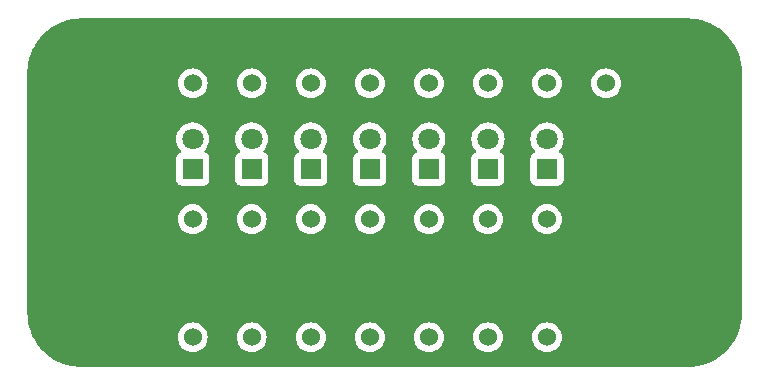
<source format=gbr>
%TF.GenerationSoftware,KiCad,Pcbnew,8.0.1-rc1*%
%TF.CreationDate,2024-04-16T23:15:50-05:00*%
%TF.ProjectId,Emotion LED,456d6f74-696f-46e2-904c-45442e6b6963,rev?*%
%TF.SameCoordinates,Original*%
%TF.FileFunction,Copper,L2,Bot*%
%TF.FilePolarity,Positive*%
%FSLAX46Y46*%
G04 Gerber Fmt 4.6, Leading zero omitted, Abs format (unit mm)*
G04 Created by KiCad (PCBNEW 8.0.1-rc1) date 2024-04-16 23:15:50*
%MOMM*%
%LPD*%
G01*
G04 APERTURE LIST*
%TA.AperFunction,ComponentPad*%
%ADD10C,1.524000*%
%TD*%
%TA.AperFunction,ComponentPad*%
%ADD11R,1.800000X1.800000*%
%TD*%
%TA.AperFunction,ComponentPad*%
%ADD12C,1.800000*%
%TD*%
G04 APERTURE END LIST*
D10*
%TO.P,REF\u002A\u002A,1*%
%TO.N,N/C*%
X50000000Y-45000000D03*
%TO.P,REF\u002A\u002A,2*%
X50000000Y-55000000D03*
%TD*%
D11*
%TO.P,REF\u002A\u002A,1*%
%TO.N,N/C*%
X70000000Y-40750000D03*
D12*
%TO.P,REF\u002A\u002A,2*%
X70000000Y-38210000D03*
%TD*%
D10*
%TO.P,REF\u002A\u002A,1*%
%TO.N,N/C*%
X75000000Y-45000000D03*
%TO.P,REF\u002A\u002A,2*%
X75000000Y-55000000D03*
%TD*%
%TO.P,REF\u002A\u002A,1*%
%TO.N,N/C*%
X65000000Y-45000000D03*
%TO.P,REF\u002A\u002A,2*%
X65000000Y-55000000D03*
%TD*%
D11*
%TO.P,REF\u002A\u002A,1*%
%TO.N,N/C*%
X75000000Y-40750000D03*
D12*
%TO.P,REF\u002A\u002A,2*%
X75000000Y-38210000D03*
%TD*%
D11*
%TO.P,REF\u002A\u002A,1*%
%TO.N,N/C*%
X50000000Y-40750000D03*
D12*
%TO.P,REF\u002A\u002A,2*%
X50000000Y-38210000D03*
%TD*%
D10*
%TO.P,REF\u002A\u002A,1*%
%TO.N,N/C*%
X60000000Y-45000000D03*
%TO.P,REF\u002A\u002A,2*%
X60000000Y-55000000D03*
%TD*%
%TO.P,,2*%
%TO.N,N/C*%
X85000000Y-33500000D03*
%TD*%
%TO.P,,1*%
%TO.N,N/C*%
X65000000Y-33500000D03*
%TD*%
%TO.P,,1*%
%TO.N,N/C*%
X60000000Y-33500000D03*
%TD*%
%TO.P,,1*%
%TO.N,N/C*%
X50000000Y-33500000D03*
%TD*%
D11*
%TO.P,REF\u002A\u002A,1*%
%TO.N,N/C*%
X60000000Y-40750000D03*
D12*
%TO.P,REF\u002A\u002A,2*%
X60000000Y-38210000D03*
%TD*%
D10*
%TO.P,,1*%
%TO.N,N/C*%
X75000000Y-33500000D03*
%TD*%
%TO.P,,1*%
%TO.N,N/C*%
X70000000Y-33500000D03*
%TD*%
%TO.P,,1*%
%TO.N,N/C*%
X55000000Y-33500000D03*
%TD*%
D11*
%TO.P,REF\u002A\u002A,1*%
%TO.N,N/C*%
X80000000Y-40750000D03*
D12*
%TO.P,REF\u002A\u002A,2*%
X80000000Y-38210000D03*
%TD*%
D11*
%TO.P,REF\u002A\u002A,1*%
%TO.N,N/C*%
X65000000Y-40750000D03*
D12*
%TO.P,REF\u002A\u002A,2*%
X65000000Y-38210000D03*
%TD*%
D10*
%TO.P,,1*%
%TO.N,N/C*%
X80000000Y-33500000D03*
%TD*%
D11*
%TO.P,REF\u002A\u002A,1*%
%TO.N,N/C*%
X55000000Y-40750000D03*
D12*
%TO.P,REF\u002A\u002A,2*%
X55000000Y-38210000D03*
%TD*%
D10*
%TO.P,REF\u002A\u002A,1*%
%TO.N,N/C*%
X70000000Y-45000000D03*
%TO.P,REF\u002A\u002A,2*%
X70000000Y-55000000D03*
%TD*%
%TO.P,REF\u002A\u002A,1*%
%TO.N,N/C*%
X55000000Y-45000000D03*
%TO.P,REF\u002A\u002A,2*%
X55000000Y-55000000D03*
%TD*%
%TO.P,REF\u002A\u002A,1*%
%TO.N,N/C*%
X80000000Y-45000000D03*
%TO.P,REF\u002A\u002A,2*%
X80000000Y-55000000D03*
%TD*%
%TA.AperFunction,Conductor*%
%TO.N,GRD*%
G36*
X91922702Y-28000618D02*
G01*
X91935819Y-28001190D01*
X92313742Y-28017690D01*
X92324477Y-28018630D01*
X92709859Y-28069366D01*
X92720493Y-28071241D01*
X93099990Y-28155374D01*
X93110416Y-28158168D01*
X93481135Y-28275055D01*
X93491270Y-28278744D01*
X93850387Y-28427495D01*
X93860178Y-28432061D01*
X94204942Y-28611534D01*
X94214309Y-28616941D01*
X94484434Y-28789030D01*
X94542130Y-28825786D01*
X94550991Y-28831991D01*
X94859353Y-29068605D01*
X94867640Y-29075559D01*
X95154204Y-29338146D01*
X95161853Y-29345795D01*
X95424440Y-29632359D01*
X95431394Y-29640646D01*
X95668008Y-29949008D01*
X95674213Y-29957869D01*
X95883057Y-30285689D01*
X95888465Y-30295057D01*
X96067935Y-30639814D01*
X96072507Y-30649618D01*
X96221249Y-31008714D01*
X96224949Y-31018879D01*
X96341828Y-31389572D01*
X96344628Y-31400021D01*
X96428756Y-31779498D01*
X96430634Y-31790151D01*
X96481367Y-32175499D01*
X96482310Y-32186276D01*
X96499382Y-32577297D01*
X96499500Y-32582706D01*
X96499500Y-52917293D01*
X96499382Y-52922702D01*
X96482310Y-53313723D01*
X96481367Y-53324500D01*
X96430634Y-53709848D01*
X96428756Y-53720501D01*
X96344628Y-54099978D01*
X96341828Y-54110427D01*
X96224949Y-54481120D01*
X96221249Y-54491285D01*
X96072507Y-54850381D01*
X96067935Y-54860185D01*
X95888465Y-55204942D01*
X95883057Y-55214310D01*
X95674213Y-55542130D01*
X95668008Y-55550991D01*
X95431394Y-55859353D01*
X95424440Y-55867640D01*
X95161853Y-56154204D01*
X95154204Y-56161853D01*
X94867640Y-56424440D01*
X94859353Y-56431394D01*
X94550991Y-56668008D01*
X94542130Y-56674213D01*
X94214310Y-56883057D01*
X94204942Y-56888465D01*
X93860185Y-57067935D01*
X93850381Y-57072507D01*
X93491285Y-57221249D01*
X93481120Y-57224949D01*
X93110427Y-57341828D01*
X93099978Y-57344628D01*
X92720501Y-57428756D01*
X92709848Y-57430634D01*
X92324500Y-57481367D01*
X92313723Y-57482310D01*
X91922703Y-57499382D01*
X91917294Y-57499500D01*
X40582706Y-57499500D01*
X40577297Y-57499382D01*
X40186276Y-57482310D01*
X40175501Y-57481367D01*
X40086792Y-57469688D01*
X39790151Y-57430634D01*
X39779498Y-57428756D01*
X39400021Y-57344628D01*
X39389572Y-57341828D01*
X39018879Y-57224949D01*
X39008714Y-57221249D01*
X38649618Y-57072507D01*
X38639814Y-57067935D01*
X38295057Y-56888465D01*
X38285689Y-56883057D01*
X37957869Y-56674213D01*
X37949008Y-56668008D01*
X37640646Y-56431394D01*
X37632359Y-56424440D01*
X37345795Y-56161853D01*
X37338146Y-56154204D01*
X37075559Y-55867640D01*
X37068605Y-55859353D01*
X36831991Y-55550991D01*
X36825786Y-55542130D01*
X36616942Y-55214310D01*
X36611534Y-55204942D01*
X36504849Y-55000002D01*
X48732677Y-55000002D01*
X48751929Y-55220062D01*
X48751930Y-55220070D01*
X48809104Y-55433445D01*
X48809105Y-55433447D01*
X48809106Y-55433450D01*
X48859784Y-55542130D01*
X48902466Y-55633662D01*
X48902468Y-55633666D01*
X49029170Y-55814615D01*
X49029175Y-55814621D01*
X49185378Y-55970824D01*
X49185384Y-55970829D01*
X49366333Y-56097531D01*
X49366335Y-56097532D01*
X49366338Y-56097534D01*
X49566550Y-56190894D01*
X49779932Y-56248070D01*
X49937123Y-56261822D01*
X49999998Y-56267323D01*
X50000000Y-56267323D01*
X50000002Y-56267323D01*
X50055017Y-56262509D01*
X50220068Y-56248070D01*
X50433450Y-56190894D01*
X50633662Y-56097534D01*
X50814620Y-55970826D01*
X50970826Y-55814620D01*
X51097534Y-55633662D01*
X51190894Y-55433450D01*
X51248070Y-55220068D01*
X51267323Y-55000002D01*
X53732677Y-55000002D01*
X53751929Y-55220062D01*
X53751930Y-55220070D01*
X53809104Y-55433445D01*
X53809105Y-55433447D01*
X53809106Y-55433450D01*
X53859784Y-55542130D01*
X53902466Y-55633662D01*
X53902468Y-55633666D01*
X54029170Y-55814615D01*
X54029175Y-55814621D01*
X54185378Y-55970824D01*
X54185384Y-55970829D01*
X54366333Y-56097531D01*
X54366335Y-56097532D01*
X54366338Y-56097534D01*
X54566550Y-56190894D01*
X54779932Y-56248070D01*
X54937123Y-56261822D01*
X54999998Y-56267323D01*
X55000000Y-56267323D01*
X55000002Y-56267323D01*
X55055017Y-56262509D01*
X55220068Y-56248070D01*
X55433450Y-56190894D01*
X55633662Y-56097534D01*
X55814620Y-55970826D01*
X55970826Y-55814620D01*
X56097534Y-55633662D01*
X56190894Y-55433450D01*
X56248070Y-55220068D01*
X56267323Y-55000002D01*
X58732677Y-55000002D01*
X58751929Y-55220062D01*
X58751930Y-55220070D01*
X58809104Y-55433445D01*
X58809105Y-55433447D01*
X58809106Y-55433450D01*
X58859784Y-55542130D01*
X58902466Y-55633662D01*
X58902468Y-55633666D01*
X59029170Y-55814615D01*
X59029175Y-55814621D01*
X59185378Y-55970824D01*
X59185384Y-55970829D01*
X59366333Y-56097531D01*
X59366335Y-56097532D01*
X59366338Y-56097534D01*
X59566550Y-56190894D01*
X59779932Y-56248070D01*
X59937123Y-56261822D01*
X59999998Y-56267323D01*
X60000000Y-56267323D01*
X60000002Y-56267323D01*
X60055017Y-56262509D01*
X60220068Y-56248070D01*
X60433450Y-56190894D01*
X60633662Y-56097534D01*
X60814620Y-55970826D01*
X60970826Y-55814620D01*
X61097534Y-55633662D01*
X61190894Y-55433450D01*
X61248070Y-55220068D01*
X61267323Y-55000002D01*
X63732677Y-55000002D01*
X63751929Y-55220062D01*
X63751930Y-55220070D01*
X63809104Y-55433445D01*
X63809105Y-55433447D01*
X63809106Y-55433450D01*
X63859784Y-55542130D01*
X63902466Y-55633662D01*
X63902468Y-55633666D01*
X64029170Y-55814615D01*
X64029175Y-55814621D01*
X64185378Y-55970824D01*
X64185384Y-55970829D01*
X64366333Y-56097531D01*
X64366335Y-56097532D01*
X64366338Y-56097534D01*
X64566550Y-56190894D01*
X64779932Y-56248070D01*
X64937123Y-56261822D01*
X64999998Y-56267323D01*
X65000000Y-56267323D01*
X65000002Y-56267323D01*
X65055017Y-56262509D01*
X65220068Y-56248070D01*
X65433450Y-56190894D01*
X65633662Y-56097534D01*
X65814620Y-55970826D01*
X65970826Y-55814620D01*
X66097534Y-55633662D01*
X66190894Y-55433450D01*
X66248070Y-55220068D01*
X66267323Y-55000002D01*
X68732677Y-55000002D01*
X68751929Y-55220062D01*
X68751930Y-55220070D01*
X68809104Y-55433445D01*
X68809105Y-55433447D01*
X68809106Y-55433450D01*
X68859784Y-55542130D01*
X68902466Y-55633662D01*
X68902468Y-55633666D01*
X69029170Y-55814615D01*
X69029175Y-55814621D01*
X69185378Y-55970824D01*
X69185384Y-55970829D01*
X69366333Y-56097531D01*
X69366335Y-56097532D01*
X69366338Y-56097534D01*
X69566550Y-56190894D01*
X69779932Y-56248070D01*
X69937123Y-56261822D01*
X69999998Y-56267323D01*
X70000000Y-56267323D01*
X70000002Y-56267323D01*
X70055017Y-56262509D01*
X70220068Y-56248070D01*
X70433450Y-56190894D01*
X70633662Y-56097534D01*
X70814620Y-55970826D01*
X70970826Y-55814620D01*
X71097534Y-55633662D01*
X71190894Y-55433450D01*
X71248070Y-55220068D01*
X71267323Y-55000002D01*
X73732677Y-55000002D01*
X73751929Y-55220062D01*
X73751930Y-55220070D01*
X73809104Y-55433445D01*
X73809105Y-55433447D01*
X73809106Y-55433450D01*
X73859784Y-55542130D01*
X73902466Y-55633662D01*
X73902468Y-55633666D01*
X74029170Y-55814615D01*
X74029175Y-55814621D01*
X74185378Y-55970824D01*
X74185384Y-55970829D01*
X74366333Y-56097531D01*
X74366335Y-56097532D01*
X74366338Y-56097534D01*
X74566550Y-56190894D01*
X74779932Y-56248070D01*
X74937123Y-56261822D01*
X74999998Y-56267323D01*
X75000000Y-56267323D01*
X75000002Y-56267323D01*
X75055017Y-56262509D01*
X75220068Y-56248070D01*
X75433450Y-56190894D01*
X75633662Y-56097534D01*
X75814620Y-55970826D01*
X75970826Y-55814620D01*
X76097534Y-55633662D01*
X76190894Y-55433450D01*
X76248070Y-55220068D01*
X76267323Y-55000002D01*
X78732677Y-55000002D01*
X78751929Y-55220062D01*
X78751930Y-55220070D01*
X78809104Y-55433445D01*
X78809105Y-55433447D01*
X78809106Y-55433450D01*
X78859784Y-55542130D01*
X78902466Y-55633662D01*
X78902468Y-55633666D01*
X79029170Y-55814615D01*
X79029175Y-55814621D01*
X79185378Y-55970824D01*
X79185384Y-55970829D01*
X79366333Y-56097531D01*
X79366335Y-56097532D01*
X79366338Y-56097534D01*
X79566550Y-56190894D01*
X79779932Y-56248070D01*
X79937123Y-56261822D01*
X79999998Y-56267323D01*
X80000000Y-56267323D01*
X80000002Y-56267323D01*
X80055017Y-56262509D01*
X80220068Y-56248070D01*
X80433450Y-56190894D01*
X80633662Y-56097534D01*
X80814620Y-55970826D01*
X80970826Y-55814620D01*
X81097534Y-55633662D01*
X81190894Y-55433450D01*
X81248070Y-55220068D01*
X81267323Y-55000000D01*
X81248070Y-54779932D01*
X81190894Y-54566550D01*
X81097534Y-54366339D01*
X80970826Y-54185380D01*
X80814620Y-54029174D01*
X80814616Y-54029171D01*
X80814615Y-54029170D01*
X80633666Y-53902468D01*
X80633662Y-53902466D01*
X80633660Y-53902465D01*
X80433450Y-53809106D01*
X80433447Y-53809105D01*
X80433445Y-53809104D01*
X80220070Y-53751930D01*
X80220062Y-53751929D01*
X80000002Y-53732677D01*
X79999998Y-53732677D01*
X79779937Y-53751929D01*
X79779929Y-53751930D01*
X79566554Y-53809104D01*
X79566548Y-53809107D01*
X79366340Y-53902465D01*
X79366338Y-53902466D01*
X79185377Y-54029175D01*
X79029175Y-54185377D01*
X78902466Y-54366338D01*
X78902465Y-54366340D01*
X78809107Y-54566548D01*
X78809104Y-54566554D01*
X78751930Y-54779929D01*
X78751929Y-54779937D01*
X78732677Y-54999997D01*
X78732677Y-55000002D01*
X76267323Y-55000002D01*
X76267323Y-55000000D01*
X76248070Y-54779932D01*
X76190894Y-54566550D01*
X76097534Y-54366339D01*
X75970826Y-54185380D01*
X75814620Y-54029174D01*
X75814616Y-54029171D01*
X75814615Y-54029170D01*
X75633666Y-53902468D01*
X75633662Y-53902466D01*
X75633660Y-53902465D01*
X75433450Y-53809106D01*
X75433447Y-53809105D01*
X75433445Y-53809104D01*
X75220070Y-53751930D01*
X75220062Y-53751929D01*
X75000002Y-53732677D01*
X74999998Y-53732677D01*
X74779937Y-53751929D01*
X74779929Y-53751930D01*
X74566554Y-53809104D01*
X74566548Y-53809107D01*
X74366340Y-53902465D01*
X74366338Y-53902466D01*
X74185377Y-54029175D01*
X74029175Y-54185377D01*
X73902466Y-54366338D01*
X73902465Y-54366340D01*
X73809107Y-54566548D01*
X73809104Y-54566554D01*
X73751930Y-54779929D01*
X73751929Y-54779937D01*
X73732677Y-54999997D01*
X73732677Y-55000002D01*
X71267323Y-55000002D01*
X71267323Y-55000000D01*
X71248070Y-54779932D01*
X71190894Y-54566550D01*
X71097534Y-54366339D01*
X70970826Y-54185380D01*
X70814620Y-54029174D01*
X70814616Y-54029171D01*
X70814615Y-54029170D01*
X70633666Y-53902468D01*
X70633662Y-53902466D01*
X70633660Y-53902465D01*
X70433450Y-53809106D01*
X70433447Y-53809105D01*
X70433445Y-53809104D01*
X70220070Y-53751930D01*
X70220062Y-53751929D01*
X70000002Y-53732677D01*
X69999998Y-53732677D01*
X69779937Y-53751929D01*
X69779929Y-53751930D01*
X69566554Y-53809104D01*
X69566548Y-53809107D01*
X69366340Y-53902465D01*
X69366338Y-53902466D01*
X69185377Y-54029175D01*
X69029175Y-54185377D01*
X68902466Y-54366338D01*
X68902465Y-54366340D01*
X68809107Y-54566548D01*
X68809104Y-54566554D01*
X68751930Y-54779929D01*
X68751929Y-54779937D01*
X68732677Y-54999997D01*
X68732677Y-55000002D01*
X66267323Y-55000002D01*
X66267323Y-55000000D01*
X66248070Y-54779932D01*
X66190894Y-54566550D01*
X66097534Y-54366339D01*
X65970826Y-54185380D01*
X65814620Y-54029174D01*
X65814616Y-54029171D01*
X65814615Y-54029170D01*
X65633666Y-53902468D01*
X65633662Y-53902466D01*
X65633660Y-53902465D01*
X65433450Y-53809106D01*
X65433447Y-53809105D01*
X65433445Y-53809104D01*
X65220070Y-53751930D01*
X65220062Y-53751929D01*
X65000002Y-53732677D01*
X64999998Y-53732677D01*
X64779937Y-53751929D01*
X64779929Y-53751930D01*
X64566554Y-53809104D01*
X64566548Y-53809107D01*
X64366340Y-53902465D01*
X64366338Y-53902466D01*
X64185377Y-54029175D01*
X64029175Y-54185377D01*
X63902466Y-54366338D01*
X63902465Y-54366340D01*
X63809107Y-54566548D01*
X63809104Y-54566554D01*
X63751930Y-54779929D01*
X63751929Y-54779937D01*
X63732677Y-54999997D01*
X63732677Y-55000002D01*
X61267323Y-55000002D01*
X61267323Y-55000000D01*
X61248070Y-54779932D01*
X61190894Y-54566550D01*
X61097534Y-54366339D01*
X60970826Y-54185380D01*
X60814620Y-54029174D01*
X60814616Y-54029171D01*
X60814615Y-54029170D01*
X60633666Y-53902468D01*
X60633662Y-53902466D01*
X60633660Y-53902465D01*
X60433450Y-53809106D01*
X60433447Y-53809105D01*
X60433445Y-53809104D01*
X60220070Y-53751930D01*
X60220062Y-53751929D01*
X60000002Y-53732677D01*
X59999998Y-53732677D01*
X59779937Y-53751929D01*
X59779929Y-53751930D01*
X59566554Y-53809104D01*
X59566548Y-53809107D01*
X59366340Y-53902465D01*
X59366338Y-53902466D01*
X59185377Y-54029175D01*
X59029175Y-54185377D01*
X58902466Y-54366338D01*
X58902465Y-54366340D01*
X58809107Y-54566548D01*
X58809104Y-54566554D01*
X58751930Y-54779929D01*
X58751929Y-54779937D01*
X58732677Y-54999997D01*
X58732677Y-55000002D01*
X56267323Y-55000002D01*
X56267323Y-55000000D01*
X56248070Y-54779932D01*
X56190894Y-54566550D01*
X56097534Y-54366339D01*
X55970826Y-54185380D01*
X55814620Y-54029174D01*
X55814616Y-54029171D01*
X55814615Y-54029170D01*
X55633666Y-53902468D01*
X55633662Y-53902466D01*
X55633660Y-53902465D01*
X55433450Y-53809106D01*
X55433447Y-53809105D01*
X55433445Y-53809104D01*
X55220070Y-53751930D01*
X55220062Y-53751929D01*
X55000002Y-53732677D01*
X54999998Y-53732677D01*
X54779937Y-53751929D01*
X54779929Y-53751930D01*
X54566554Y-53809104D01*
X54566548Y-53809107D01*
X54366340Y-53902465D01*
X54366338Y-53902466D01*
X54185377Y-54029175D01*
X54029175Y-54185377D01*
X53902466Y-54366338D01*
X53902465Y-54366340D01*
X53809107Y-54566548D01*
X53809104Y-54566554D01*
X53751930Y-54779929D01*
X53751929Y-54779937D01*
X53732677Y-54999997D01*
X53732677Y-55000002D01*
X51267323Y-55000002D01*
X51267323Y-55000000D01*
X51248070Y-54779932D01*
X51190894Y-54566550D01*
X51097534Y-54366339D01*
X50970826Y-54185380D01*
X50814620Y-54029174D01*
X50814616Y-54029171D01*
X50814615Y-54029170D01*
X50633666Y-53902468D01*
X50633662Y-53902466D01*
X50633660Y-53902465D01*
X50433450Y-53809106D01*
X50433447Y-53809105D01*
X50433445Y-53809104D01*
X50220070Y-53751930D01*
X50220062Y-53751929D01*
X50000002Y-53732677D01*
X49999998Y-53732677D01*
X49779937Y-53751929D01*
X49779929Y-53751930D01*
X49566554Y-53809104D01*
X49566548Y-53809107D01*
X49366340Y-53902465D01*
X49366338Y-53902466D01*
X49185377Y-54029175D01*
X49029175Y-54185377D01*
X48902466Y-54366338D01*
X48902465Y-54366340D01*
X48809107Y-54566548D01*
X48809104Y-54566554D01*
X48751930Y-54779929D01*
X48751929Y-54779937D01*
X48732677Y-54999997D01*
X48732677Y-55000002D01*
X36504849Y-55000002D01*
X36432061Y-54860178D01*
X36427492Y-54850381D01*
X36278744Y-54491270D01*
X36275055Y-54481135D01*
X36158168Y-54110416D01*
X36155374Y-54099990D01*
X36071241Y-53720493D01*
X36069365Y-53709848D01*
X36018630Y-53324477D01*
X36017690Y-53313742D01*
X36000618Y-52922701D01*
X36000500Y-52917293D01*
X36000500Y-45000002D01*
X48732677Y-45000002D01*
X48751929Y-45220062D01*
X48751930Y-45220070D01*
X48809104Y-45433445D01*
X48809105Y-45433447D01*
X48809106Y-45433450D01*
X48902466Y-45633662D01*
X48902468Y-45633666D01*
X49029170Y-45814615D01*
X49029175Y-45814621D01*
X49185378Y-45970824D01*
X49185384Y-45970829D01*
X49366333Y-46097531D01*
X49366335Y-46097532D01*
X49366338Y-46097534D01*
X49566550Y-46190894D01*
X49779932Y-46248070D01*
X49937123Y-46261822D01*
X49999998Y-46267323D01*
X50000000Y-46267323D01*
X50000002Y-46267323D01*
X50055017Y-46262509D01*
X50220068Y-46248070D01*
X50433450Y-46190894D01*
X50633662Y-46097534D01*
X50814620Y-45970826D01*
X50970826Y-45814620D01*
X51097534Y-45633662D01*
X51190894Y-45433450D01*
X51248070Y-45220068D01*
X51267323Y-45000002D01*
X53732677Y-45000002D01*
X53751929Y-45220062D01*
X53751930Y-45220070D01*
X53809104Y-45433445D01*
X53809105Y-45433447D01*
X53809106Y-45433450D01*
X53902466Y-45633662D01*
X53902468Y-45633666D01*
X54029170Y-45814615D01*
X54029175Y-45814621D01*
X54185378Y-45970824D01*
X54185384Y-45970829D01*
X54366333Y-46097531D01*
X54366335Y-46097532D01*
X54366338Y-46097534D01*
X54566550Y-46190894D01*
X54779932Y-46248070D01*
X54937123Y-46261822D01*
X54999998Y-46267323D01*
X55000000Y-46267323D01*
X55000002Y-46267323D01*
X55055017Y-46262509D01*
X55220068Y-46248070D01*
X55433450Y-46190894D01*
X55633662Y-46097534D01*
X55814620Y-45970826D01*
X55970826Y-45814620D01*
X56097534Y-45633662D01*
X56190894Y-45433450D01*
X56248070Y-45220068D01*
X56267323Y-45000002D01*
X58732677Y-45000002D01*
X58751929Y-45220062D01*
X58751930Y-45220070D01*
X58809104Y-45433445D01*
X58809105Y-45433447D01*
X58809106Y-45433450D01*
X58902466Y-45633662D01*
X58902468Y-45633666D01*
X59029170Y-45814615D01*
X59029175Y-45814621D01*
X59185378Y-45970824D01*
X59185384Y-45970829D01*
X59366333Y-46097531D01*
X59366335Y-46097532D01*
X59366338Y-46097534D01*
X59566550Y-46190894D01*
X59779932Y-46248070D01*
X59937123Y-46261822D01*
X59999998Y-46267323D01*
X60000000Y-46267323D01*
X60000002Y-46267323D01*
X60055017Y-46262509D01*
X60220068Y-46248070D01*
X60433450Y-46190894D01*
X60633662Y-46097534D01*
X60814620Y-45970826D01*
X60970826Y-45814620D01*
X61097534Y-45633662D01*
X61190894Y-45433450D01*
X61248070Y-45220068D01*
X61267323Y-45000002D01*
X63732677Y-45000002D01*
X63751929Y-45220062D01*
X63751930Y-45220070D01*
X63809104Y-45433445D01*
X63809105Y-45433447D01*
X63809106Y-45433450D01*
X63902466Y-45633662D01*
X63902468Y-45633666D01*
X64029170Y-45814615D01*
X64029175Y-45814621D01*
X64185378Y-45970824D01*
X64185384Y-45970829D01*
X64366333Y-46097531D01*
X64366335Y-46097532D01*
X64366338Y-46097534D01*
X64566550Y-46190894D01*
X64779932Y-46248070D01*
X64937123Y-46261822D01*
X64999998Y-46267323D01*
X65000000Y-46267323D01*
X65000002Y-46267323D01*
X65055017Y-46262509D01*
X65220068Y-46248070D01*
X65433450Y-46190894D01*
X65633662Y-46097534D01*
X65814620Y-45970826D01*
X65970826Y-45814620D01*
X66097534Y-45633662D01*
X66190894Y-45433450D01*
X66248070Y-45220068D01*
X66267323Y-45000002D01*
X68732677Y-45000002D01*
X68751929Y-45220062D01*
X68751930Y-45220070D01*
X68809104Y-45433445D01*
X68809105Y-45433447D01*
X68809106Y-45433450D01*
X68902466Y-45633662D01*
X68902468Y-45633666D01*
X69029170Y-45814615D01*
X69029175Y-45814621D01*
X69185378Y-45970824D01*
X69185384Y-45970829D01*
X69366333Y-46097531D01*
X69366335Y-46097532D01*
X69366338Y-46097534D01*
X69566550Y-46190894D01*
X69779932Y-46248070D01*
X69937123Y-46261822D01*
X69999998Y-46267323D01*
X70000000Y-46267323D01*
X70000002Y-46267323D01*
X70055017Y-46262509D01*
X70220068Y-46248070D01*
X70433450Y-46190894D01*
X70633662Y-46097534D01*
X70814620Y-45970826D01*
X70970826Y-45814620D01*
X71097534Y-45633662D01*
X71190894Y-45433450D01*
X71248070Y-45220068D01*
X71267323Y-45000002D01*
X73732677Y-45000002D01*
X73751929Y-45220062D01*
X73751930Y-45220070D01*
X73809104Y-45433445D01*
X73809105Y-45433447D01*
X73809106Y-45433450D01*
X73902466Y-45633662D01*
X73902468Y-45633666D01*
X74029170Y-45814615D01*
X74029175Y-45814621D01*
X74185378Y-45970824D01*
X74185384Y-45970829D01*
X74366333Y-46097531D01*
X74366335Y-46097532D01*
X74366338Y-46097534D01*
X74566550Y-46190894D01*
X74779932Y-46248070D01*
X74937123Y-46261822D01*
X74999998Y-46267323D01*
X75000000Y-46267323D01*
X75000002Y-46267323D01*
X75055017Y-46262509D01*
X75220068Y-46248070D01*
X75433450Y-46190894D01*
X75633662Y-46097534D01*
X75814620Y-45970826D01*
X75970826Y-45814620D01*
X76097534Y-45633662D01*
X76190894Y-45433450D01*
X76248070Y-45220068D01*
X76267323Y-45000002D01*
X78732677Y-45000002D01*
X78751929Y-45220062D01*
X78751930Y-45220070D01*
X78809104Y-45433445D01*
X78809105Y-45433447D01*
X78809106Y-45433450D01*
X78902466Y-45633662D01*
X78902468Y-45633666D01*
X79029170Y-45814615D01*
X79029175Y-45814621D01*
X79185378Y-45970824D01*
X79185384Y-45970829D01*
X79366333Y-46097531D01*
X79366335Y-46097532D01*
X79366338Y-46097534D01*
X79566550Y-46190894D01*
X79779932Y-46248070D01*
X79937123Y-46261822D01*
X79999998Y-46267323D01*
X80000000Y-46267323D01*
X80000002Y-46267323D01*
X80055017Y-46262509D01*
X80220068Y-46248070D01*
X80433450Y-46190894D01*
X80633662Y-46097534D01*
X80814620Y-45970826D01*
X80970826Y-45814620D01*
X81097534Y-45633662D01*
X81190894Y-45433450D01*
X81248070Y-45220068D01*
X81267323Y-45000000D01*
X81248070Y-44779932D01*
X81190894Y-44566550D01*
X81097534Y-44366339D01*
X80970826Y-44185380D01*
X80814620Y-44029174D01*
X80814616Y-44029171D01*
X80814615Y-44029170D01*
X80633666Y-43902468D01*
X80633662Y-43902466D01*
X80633660Y-43902465D01*
X80433450Y-43809106D01*
X80433447Y-43809105D01*
X80433445Y-43809104D01*
X80220070Y-43751930D01*
X80220062Y-43751929D01*
X80000002Y-43732677D01*
X79999998Y-43732677D01*
X79779937Y-43751929D01*
X79779929Y-43751930D01*
X79566554Y-43809104D01*
X79566548Y-43809107D01*
X79366340Y-43902465D01*
X79366338Y-43902466D01*
X79185377Y-44029175D01*
X79029175Y-44185377D01*
X78902466Y-44366338D01*
X78902465Y-44366340D01*
X78809107Y-44566548D01*
X78809104Y-44566554D01*
X78751930Y-44779929D01*
X78751929Y-44779937D01*
X78732677Y-44999997D01*
X78732677Y-45000002D01*
X76267323Y-45000002D01*
X76267323Y-45000000D01*
X76248070Y-44779932D01*
X76190894Y-44566550D01*
X76097534Y-44366339D01*
X75970826Y-44185380D01*
X75814620Y-44029174D01*
X75814616Y-44029171D01*
X75814615Y-44029170D01*
X75633666Y-43902468D01*
X75633662Y-43902466D01*
X75633660Y-43902465D01*
X75433450Y-43809106D01*
X75433447Y-43809105D01*
X75433445Y-43809104D01*
X75220070Y-43751930D01*
X75220062Y-43751929D01*
X75000002Y-43732677D01*
X74999998Y-43732677D01*
X74779937Y-43751929D01*
X74779929Y-43751930D01*
X74566554Y-43809104D01*
X74566548Y-43809107D01*
X74366340Y-43902465D01*
X74366338Y-43902466D01*
X74185377Y-44029175D01*
X74029175Y-44185377D01*
X73902466Y-44366338D01*
X73902465Y-44366340D01*
X73809107Y-44566548D01*
X73809104Y-44566554D01*
X73751930Y-44779929D01*
X73751929Y-44779937D01*
X73732677Y-44999997D01*
X73732677Y-45000002D01*
X71267323Y-45000002D01*
X71267323Y-45000000D01*
X71248070Y-44779932D01*
X71190894Y-44566550D01*
X71097534Y-44366339D01*
X70970826Y-44185380D01*
X70814620Y-44029174D01*
X70814616Y-44029171D01*
X70814615Y-44029170D01*
X70633666Y-43902468D01*
X70633662Y-43902466D01*
X70633660Y-43902465D01*
X70433450Y-43809106D01*
X70433447Y-43809105D01*
X70433445Y-43809104D01*
X70220070Y-43751930D01*
X70220062Y-43751929D01*
X70000002Y-43732677D01*
X69999998Y-43732677D01*
X69779937Y-43751929D01*
X69779929Y-43751930D01*
X69566554Y-43809104D01*
X69566548Y-43809107D01*
X69366340Y-43902465D01*
X69366338Y-43902466D01*
X69185377Y-44029175D01*
X69029175Y-44185377D01*
X68902466Y-44366338D01*
X68902465Y-44366340D01*
X68809107Y-44566548D01*
X68809104Y-44566554D01*
X68751930Y-44779929D01*
X68751929Y-44779937D01*
X68732677Y-44999997D01*
X68732677Y-45000002D01*
X66267323Y-45000002D01*
X66267323Y-45000000D01*
X66248070Y-44779932D01*
X66190894Y-44566550D01*
X66097534Y-44366339D01*
X65970826Y-44185380D01*
X65814620Y-44029174D01*
X65814616Y-44029171D01*
X65814615Y-44029170D01*
X65633666Y-43902468D01*
X65633662Y-43902466D01*
X65633660Y-43902465D01*
X65433450Y-43809106D01*
X65433447Y-43809105D01*
X65433445Y-43809104D01*
X65220070Y-43751930D01*
X65220062Y-43751929D01*
X65000002Y-43732677D01*
X64999998Y-43732677D01*
X64779937Y-43751929D01*
X64779929Y-43751930D01*
X64566554Y-43809104D01*
X64566548Y-43809107D01*
X64366340Y-43902465D01*
X64366338Y-43902466D01*
X64185377Y-44029175D01*
X64029175Y-44185377D01*
X63902466Y-44366338D01*
X63902465Y-44366340D01*
X63809107Y-44566548D01*
X63809104Y-44566554D01*
X63751930Y-44779929D01*
X63751929Y-44779937D01*
X63732677Y-44999997D01*
X63732677Y-45000002D01*
X61267323Y-45000002D01*
X61267323Y-45000000D01*
X61248070Y-44779932D01*
X61190894Y-44566550D01*
X61097534Y-44366339D01*
X60970826Y-44185380D01*
X60814620Y-44029174D01*
X60814616Y-44029171D01*
X60814615Y-44029170D01*
X60633666Y-43902468D01*
X60633662Y-43902466D01*
X60633660Y-43902465D01*
X60433450Y-43809106D01*
X60433447Y-43809105D01*
X60433445Y-43809104D01*
X60220070Y-43751930D01*
X60220062Y-43751929D01*
X60000002Y-43732677D01*
X59999998Y-43732677D01*
X59779937Y-43751929D01*
X59779929Y-43751930D01*
X59566554Y-43809104D01*
X59566548Y-43809107D01*
X59366340Y-43902465D01*
X59366338Y-43902466D01*
X59185377Y-44029175D01*
X59029175Y-44185377D01*
X58902466Y-44366338D01*
X58902465Y-44366340D01*
X58809107Y-44566548D01*
X58809104Y-44566554D01*
X58751930Y-44779929D01*
X58751929Y-44779937D01*
X58732677Y-44999997D01*
X58732677Y-45000002D01*
X56267323Y-45000002D01*
X56267323Y-45000000D01*
X56248070Y-44779932D01*
X56190894Y-44566550D01*
X56097534Y-44366339D01*
X55970826Y-44185380D01*
X55814620Y-44029174D01*
X55814616Y-44029171D01*
X55814615Y-44029170D01*
X55633666Y-43902468D01*
X55633662Y-43902466D01*
X55633660Y-43902465D01*
X55433450Y-43809106D01*
X55433447Y-43809105D01*
X55433445Y-43809104D01*
X55220070Y-43751930D01*
X55220062Y-43751929D01*
X55000002Y-43732677D01*
X54999998Y-43732677D01*
X54779937Y-43751929D01*
X54779929Y-43751930D01*
X54566554Y-43809104D01*
X54566548Y-43809107D01*
X54366340Y-43902465D01*
X54366338Y-43902466D01*
X54185377Y-44029175D01*
X54029175Y-44185377D01*
X53902466Y-44366338D01*
X53902465Y-44366340D01*
X53809107Y-44566548D01*
X53809104Y-44566554D01*
X53751930Y-44779929D01*
X53751929Y-44779937D01*
X53732677Y-44999997D01*
X53732677Y-45000002D01*
X51267323Y-45000002D01*
X51267323Y-45000000D01*
X51248070Y-44779932D01*
X51190894Y-44566550D01*
X51097534Y-44366339D01*
X50970826Y-44185380D01*
X50814620Y-44029174D01*
X50814616Y-44029171D01*
X50814615Y-44029170D01*
X50633666Y-43902468D01*
X50633662Y-43902466D01*
X50633660Y-43902465D01*
X50433450Y-43809106D01*
X50433447Y-43809105D01*
X50433445Y-43809104D01*
X50220070Y-43751930D01*
X50220062Y-43751929D01*
X50000002Y-43732677D01*
X49999998Y-43732677D01*
X49779937Y-43751929D01*
X49779929Y-43751930D01*
X49566554Y-43809104D01*
X49566548Y-43809107D01*
X49366340Y-43902465D01*
X49366338Y-43902466D01*
X49185377Y-44029175D01*
X49029175Y-44185377D01*
X48902466Y-44366338D01*
X48902465Y-44366340D01*
X48809107Y-44566548D01*
X48809104Y-44566554D01*
X48751930Y-44779929D01*
X48751929Y-44779937D01*
X48732677Y-44999997D01*
X48732677Y-45000002D01*
X36000500Y-45000002D01*
X36000500Y-38210006D01*
X48594700Y-38210006D01*
X48613864Y-38441297D01*
X48613866Y-38441308D01*
X48670842Y-38666300D01*
X48764075Y-38878848D01*
X48891016Y-39073147D01*
X48891019Y-39073151D01*
X48891021Y-39073153D01*
X48985803Y-39176114D01*
X49016724Y-39238767D01*
X49008864Y-39308193D01*
X48964716Y-39362348D01*
X48937906Y-39376277D01*
X48857669Y-39406203D01*
X48857664Y-39406206D01*
X48742455Y-39492452D01*
X48742452Y-39492455D01*
X48656206Y-39607664D01*
X48656202Y-39607671D01*
X48605908Y-39742517D01*
X48599501Y-39802116D01*
X48599501Y-39802123D01*
X48599500Y-39802135D01*
X48599500Y-41697870D01*
X48599501Y-41697876D01*
X48605908Y-41757483D01*
X48656202Y-41892328D01*
X48656206Y-41892335D01*
X48742452Y-42007544D01*
X48742455Y-42007547D01*
X48857664Y-42093793D01*
X48857671Y-42093797D01*
X48992517Y-42144091D01*
X48992516Y-42144091D01*
X48999444Y-42144835D01*
X49052127Y-42150500D01*
X50947872Y-42150499D01*
X51007483Y-42144091D01*
X51142331Y-42093796D01*
X51257546Y-42007546D01*
X51343796Y-41892331D01*
X51394091Y-41757483D01*
X51400500Y-41697873D01*
X51400499Y-39802128D01*
X51394091Y-39742517D01*
X51343796Y-39607669D01*
X51343795Y-39607668D01*
X51343793Y-39607664D01*
X51257547Y-39492455D01*
X51257544Y-39492452D01*
X51142335Y-39406206D01*
X51142328Y-39406202D01*
X51062094Y-39376277D01*
X51006160Y-39334406D01*
X50981743Y-39268941D01*
X50996595Y-39200668D01*
X51014190Y-39176121D01*
X51108979Y-39073153D01*
X51235924Y-38878849D01*
X51329157Y-38666300D01*
X51386134Y-38441305D01*
X51405300Y-38210006D01*
X53594700Y-38210006D01*
X53613864Y-38441297D01*
X53613866Y-38441308D01*
X53670842Y-38666300D01*
X53764075Y-38878848D01*
X53891016Y-39073147D01*
X53891019Y-39073151D01*
X53891021Y-39073153D01*
X53985803Y-39176114D01*
X54016724Y-39238767D01*
X54008864Y-39308193D01*
X53964716Y-39362348D01*
X53937906Y-39376277D01*
X53857669Y-39406203D01*
X53857664Y-39406206D01*
X53742455Y-39492452D01*
X53742452Y-39492455D01*
X53656206Y-39607664D01*
X53656202Y-39607671D01*
X53605908Y-39742517D01*
X53599501Y-39802116D01*
X53599501Y-39802123D01*
X53599500Y-39802135D01*
X53599500Y-41697870D01*
X53599501Y-41697876D01*
X53605908Y-41757483D01*
X53656202Y-41892328D01*
X53656206Y-41892335D01*
X53742452Y-42007544D01*
X53742455Y-42007547D01*
X53857664Y-42093793D01*
X53857671Y-42093797D01*
X53992517Y-42144091D01*
X53992516Y-42144091D01*
X53999444Y-42144835D01*
X54052127Y-42150500D01*
X55947872Y-42150499D01*
X56007483Y-42144091D01*
X56142331Y-42093796D01*
X56257546Y-42007546D01*
X56343796Y-41892331D01*
X56394091Y-41757483D01*
X56400500Y-41697873D01*
X56400499Y-39802128D01*
X56394091Y-39742517D01*
X56343796Y-39607669D01*
X56343795Y-39607668D01*
X56343793Y-39607664D01*
X56257547Y-39492455D01*
X56257544Y-39492452D01*
X56142335Y-39406206D01*
X56142328Y-39406202D01*
X56062094Y-39376277D01*
X56006160Y-39334406D01*
X55981743Y-39268941D01*
X55996595Y-39200668D01*
X56014190Y-39176121D01*
X56108979Y-39073153D01*
X56235924Y-38878849D01*
X56329157Y-38666300D01*
X56386134Y-38441305D01*
X56405300Y-38210006D01*
X58594700Y-38210006D01*
X58613864Y-38441297D01*
X58613866Y-38441308D01*
X58670842Y-38666300D01*
X58764075Y-38878848D01*
X58891016Y-39073147D01*
X58891019Y-39073151D01*
X58891021Y-39073153D01*
X58985803Y-39176114D01*
X59016724Y-39238767D01*
X59008864Y-39308193D01*
X58964716Y-39362348D01*
X58937906Y-39376277D01*
X58857669Y-39406203D01*
X58857664Y-39406206D01*
X58742455Y-39492452D01*
X58742452Y-39492455D01*
X58656206Y-39607664D01*
X58656202Y-39607671D01*
X58605908Y-39742517D01*
X58599501Y-39802116D01*
X58599501Y-39802123D01*
X58599500Y-39802135D01*
X58599500Y-41697870D01*
X58599501Y-41697876D01*
X58605908Y-41757483D01*
X58656202Y-41892328D01*
X58656206Y-41892335D01*
X58742452Y-42007544D01*
X58742455Y-42007547D01*
X58857664Y-42093793D01*
X58857671Y-42093797D01*
X58992517Y-42144091D01*
X58992516Y-42144091D01*
X58999444Y-42144835D01*
X59052127Y-42150500D01*
X60947872Y-42150499D01*
X61007483Y-42144091D01*
X61142331Y-42093796D01*
X61257546Y-42007546D01*
X61343796Y-41892331D01*
X61394091Y-41757483D01*
X61400500Y-41697873D01*
X61400499Y-39802128D01*
X61394091Y-39742517D01*
X61343796Y-39607669D01*
X61343795Y-39607668D01*
X61343793Y-39607664D01*
X61257547Y-39492455D01*
X61257544Y-39492452D01*
X61142335Y-39406206D01*
X61142328Y-39406202D01*
X61062094Y-39376277D01*
X61006160Y-39334406D01*
X60981743Y-39268941D01*
X60996595Y-39200668D01*
X61014190Y-39176121D01*
X61108979Y-39073153D01*
X61235924Y-38878849D01*
X61329157Y-38666300D01*
X61386134Y-38441305D01*
X61405300Y-38210006D01*
X63594700Y-38210006D01*
X63613864Y-38441297D01*
X63613866Y-38441308D01*
X63670842Y-38666300D01*
X63764075Y-38878848D01*
X63891016Y-39073147D01*
X63891019Y-39073151D01*
X63891021Y-39073153D01*
X63985803Y-39176114D01*
X64016724Y-39238767D01*
X64008864Y-39308193D01*
X63964716Y-39362348D01*
X63937906Y-39376277D01*
X63857669Y-39406203D01*
X63857664Y-39406206D01*
X63742455Y-39492452D01*
X63742452Y-39492455D01*
X63656206Y-39607664D01*
X63656202Y-39607671D01*
X63605908Y-39742517D01*
X63599501Y-39802116D01*
X63599501Y-39802123D01*
X63599500Y-39802135D01*
X63599500Y-41697870D01*
X63599501Y-41697876D01*
X63605908Y-41757483D01*
X63656202Y-41892328D01*
X63656206Y-41892335D01*
X63742452Y-42007544D01*
X63742455Y-42007547D01*
X63857664Y-42093793D01*
X63857671Y-42093797D01*
X63992517Y-42144091D01*
X63992516Y-42144091D01*
X63999444Y-42144835D01*
X64052127Y-42150500D01*
X65947872Y-42150499D01*
X66007483Y-42144091D01*
X66142331Y-42093796D01*
X66257546Y-42007546D01*
X66343796Y-41892331D01*
X66394091Y-41757483D01*
X66400500Y-41697873D01*
X66400499Y-39802128D01*
X66394091Y-39742517D01*
X66343796Y-39607669D01*
X66343795Y-39607668D01*
X66343793Y-39607664D01*
X66257547Y-39492455D01*
X66257544Y-39492452D01*
X66142335Y-39406206D01*
X66142328Y-39406202D01*
X66062094Y-39376277D01*
X66006160Y-39334406D01*
X65981743Y-39268941D01*
X65996595Y-39200668D01*
X66014190Y-39176121D01*
X66108979Y-39073153D01*
X66235924Y-38878849D01*
X66329157Y-38666300D01*
X66386134Y-38441305D01*
X66405300Y-38210006D01*
X68594700Y-38210006D01*
X68613864Y-38441297D01*
X68613866Y-38441308D01*
X68670842Y-38666300D01*
X68764075Y-38878848D01*
X68891016Y-39073147D01*
X68891019Y-39073151D01*
X68891021Y-39073153D01*
X68985803Y-39176114D01*
X69016724Y-39238767D01*
X69008864Y-39308193D01*
X68964716Y-39362348D01*
X68937906Y-39376277D01*
X68857669Y-39406203D01*
X68857664Y-39406206D01*
X68742455Y-39492452D01*
X68742452Y-39492455D01*
X68656206Y-39607664D01*
X68656202Y-39607671D01*
X68605908Y-39742517D01*
X68599501Y-39802116D01*
X68599501Y-39802123D01*
X68599500Y-39802135D01*
X68599500Y-41697870D01*
X68599501Y-41697876D01*
X68605908Y-41757483D01*
X68656202Y-41892328D01*
X68656206Y-41892335D01*
X68742452Y-42007544D01*
X68742455Y-42007547D01*
X68857664Y-42093793D01*
X68857671Y-42093797D01*
X68992517Y-42144091D01*
X68992516Y-42144091D01*
X68999444Y-42144835D01*
X69052127Y-42150500D01*
X70947872Y-42150499D01*
X71007483Y-42144091D01*
X71142331Y-42093796D01*
X71257546Y-42007546D01*
X71343796Y-41892331D01*
X71394091Y-41757483D01*
X71400500Y-41697873D01*
X71400499Y-39802128D01*
X71394091Y-39742517D01*
X71343796Y-39607669D01*
X71343795Y-39607668D01*
X71343793Y-39607664D01*
X71257547Y-39492455D01*
X71257544Y-39492452D01*
X71142335Y-39406206D01*
X71142328Y-39406202D01*
X71062094Y-39376277D01*
X71006160Y-39334406D01*
X70981743Y-39268941D01*
X70996595Y-39200668D01*
X71014190Y-39176121D01*
X71108979Y-39073153D01*
X71235924Y-38878849D01*
X71329157Y-38666300D01*
X71386134Y-38441305D01*
X71405300Y-38210006D01*
X73594700Y-38210006D01*
X73613864Y-38441297D01*
X73613866Y-38441308D01*
X73670842Y-38666300D01*
X73764075Y-38878848D01*
X73891016Y-39073147D01*
X73891019Y-39073151D01*
X73891021Y-39073153D01*
X73985803Y-39176114D01*
X74016724Y-39238767D01*
X74008864Y-39308193D01*
X73964716Y-39362348D01*
X73937906Y-39376277D01*
X73857669Y-39406203D01*
X73857664Y-39406206D01*
X73742455Y-39492452D01*
X73742452Y-39492455D01*
X73656206Y-39607664D01*
X73656202Y-39607671D01*
X73605908Y-39742517D01*
X73599501Y-39802116D01*
X73599501Y-39802123D01*
X73599500Y-39802135D01*
X73599500Y-41697870D01*
X73599501Y-41697876D01*
X73605908Y-41757483D01*
X73656202Y-41892328D01*
X73656206Y-41892335D01*
X73742452Y-42007544D01*
X73742455Y-42007547D01*
X73857664Y-42093793D01*
X73857671Y-42093797D01*
X73992517Y-42144091D01*
X73992516Y-42144091D01*
X73999444Y-42144835D01*
X74052127Y-42150500D01*
X75947872Y-42150499D01*
X76007483Y-42144091D01*
X76142331Y-42093796D01*
X76257546Y-42007546D01*
X76343796Y-41892331D01*
X76394091Y-41757483D01*
X76400500Y-41697873D01*
X76400499Y-39802128D01*
X76394091Y-39742517D01*
X76343796Y-39607669D01*
X76343795Y-39607668D01*
X76343793Y-39607664D01*
X76257547Y-39492455D01*
X76257544Y-39492452D01*
X76142335Y-39406206D01*
X76142328Y-39406202D01*
X76062094Y-39376277D01*
X76006160Y-39334406D01*
X75981743Y-39268941D01*
X75996595Y-39200668D01*
X76014190Y-39176121D01*
X76108979Y-39073153D01*
X76235924Y-38878849D01*
X76329157Y-38666300D01*
X76386134Y-38441305D01*
X76405300Y-38210006D01*
X78594700Y-38210006D01*
X78613864Y-38441297D01*
X78613866Y-38441308D01*
X78670842Y-38666300D01*
X78764075Y-38878848D01*
X78891016Y-39073147D01*
X78891019Y-39073151D01*
X78891021Y-39073153D01*
X78985803Y-39176114D01*
X79016724Y-39238767D01*
X79008864Y-39308193D01*
X78964716Y-39362348D01*
X78937906Y-39376277D01*
X78857669Y-39406203D01*
X78857664Y-39406206D01*
X78742455Y-39492452D01*
X78742452Y-39492455D01*
X78656206Y-39607664D01*
X78656202Y-39607671D01*
X78605908Y-39742517D01*
X78599501Y-39802116D01*
X78599501Y-39802123D01*
X78599500Y-39802135D01*
X78599500Y-41697870D01*
X78599501Y-41697876D01*
X78605908Y-41757483D01*
X78656202Y-41892328D01*
X78656206Y-41892335D01*
X78742452Y-42007544D01*
X78742455Y-42007547D01*
X78857664Y-42093793D01*
X78857671Y-42093797D01*
X78992517Y-42144091D01*
X78992516Y-42144091D01*
X78999444Y-42144835D01*
X79052127Y-42150500D01*
X80947872Y-42150499D01*
X81007483Y-42144091D01*
X81142331Y-42093796D01*
X81257546Y-42007546D01*
X81343796Y-41892331D01*
X81394091Y-41757483D01*
X81400500Y-41697873D01*
X81400499Y-39802128D01*
X81394091Y-39742517D01*
X81343796Y-39607669D01*
X81343795Y-39607668D01*
X81343793Y-39607664D01*
X81257547Y-39492455D01*
X81257544Y-39492452D01*
X81142335Y-39406206D01*
X81142328Y-39406202D01*
X81062094Y-39376277D01*
X81006160Y-39334406D01*
X80981743Y-39268941D01*
X80996595Y-39200668D01*
X81014190Y-39176121D01*
X81108979Y-39073153D01*
X81235924Y-38878849D01*
X81329157Y-38666300D01*
X81386134Y-38441305D01*
X81405300Y-38210000D01*
X81405300Y-38209993D01*
X81386135Y-37978702D01*
X81386133Y-37978691D01*
X81329157Y-37753699D01*
X81235924Y-37541151D01*
X81108983Y-37346852D01*
X81108980Y-37346849D01*
X81108979Y-37346847D01*
X80951784Y-37176087D01*
X80951779Y-37176083D01*
X80951777Y-37176081D01*
X80768634Y-37033535D01*
X80768628Y-37033531D01*
X80564504Y-36923064D01*
X80564495Y-36923061D01*
X80344984Y-36847702D01*
X80173282Y-36819050D01*
X80116049Y-36809500D01*
X79883951Y-36809500D01*
X79838164Y-36817140D01*
X79655015Y-36847702D01*
X79435504Y-36923061D01*
X79435495Y-36923064D01*
X79231371Y-37033531D01*
X79231365Y-37033535D01*
X79048222Y-37176081D01*
X79048219Y-37176084D01*
X78891016Y-37346852D01*
X78764075Y-37541151D01*
X78670842Y-37753699D01*
X78613866Y-37978691D01*
X78613864Y-37978702D01*
X78594700Y-38209993D01*
X78594700Y-38210006D01*
X76405300Y-38210006D01*
X76405300Y-38210000D01*
X76405300Y-38209993D01*
X76386135Y-37978702D01*
X76386133Y-37978691D01*
X76329157Y-37753699D01*
X76235924Y-37541151D01*
X76108983Y-37346852D01*
X76108980Y-37346849D01*
X76108979Y-37346847D01*
X75951784Y-37176087D01*
X75951779Y-37176083D01*
X75951777Y-37176081D01*
X75768634Y-37033535D01*
X75768628Y-37033531D01*
X75564504Y-36923064D01*
X75564495Y-36923061D01*
X75344984Y-36847702D01*
X75173282Y-36819050D01*
X75116049Y-36809500D01*
X74883951Y-36809500D01*
X74838164Y-36817140D01*
X74655015Y-36847702D01*
X74435504Y-36923061D01*
X74435495Y-36923064D01*
X74231371Y-37033531D01*
X74231365Y-37033535D01*
X74048222Y-37176081D01*
X74048219Y-37176084D01*
X73891016Y-37346852D01*
X73764075Y-37541151D01*
X73670842Y-37753699D01*
X73613866Y-37978691D01*
X73613864Y-37978702D01*
X73594700Y-38209993D01*
X73594700Y-38210006D01*
X71405300Y-38210006D01*
X71405300Y-38210000D01*
X71405300Y-38209993D01*
X71386135Y-37978702D01*
X71386133Y-37978691D01*
X71329157Y-37753699D01*
X71235924Y-37541151D01*
X71108983Y-37346852D01*
X71108980Y-37346849D01*
X71108979Y-37346847D01*
X70951784Y-37176087D01*
X70951779Y-37176083D01*
X70951777Y-37176081D01*
X70768634Y-37033535D01*
X70768628Y-37033531D01*
X70564504Y-36923064D01*
X70564495Y-36923061D01*
X70344984Y-36847702D01*
X70173282Y-36819050D01*
X70116049Y-36809500D01*
X69883951Y-36809500D01*
X69838164Y-36817140D01*
X69655015Y-36847702D01*
X69435504Y-36923061D01*
X69435495Y-36923064D01*
X69231371Y-37033531D01*
X69231365Y-37033535D01*
X69048222Y-37176081D01*
X69048219Y-37176084D01*
X68891016Y-37346852D01*
X68764075Y-37541151D01*
X68670842Y-37753699D01*
X68613866Y-37978691D01*
X68613864Y-37978702D01*
X68594700Y-38209993D01*
X68594700Y-38210006D01*
X66405300Y-38210006D01*
X66405300Y-38210000D01*
X66405300Y-38209993D01*
X66386135Y-37978702D01*
X66386133Y-37978691D01*
X66329157Y-37753699D01*
X66235924Y-37541151D01*
X66108983Y-37346852D01*
X66108980Y-37346849D01*
X66108979Y-37346847D01*
X65951784Y-37176087D01*
X65951779Y-37176083D01*
X65951777Y-37176081D01*
X65768634Y-37033535D01*
X65768628Y-37033531D01*
X65564504Y-36923064D01*
X65564495Y-36923061D01*
X65344984Y-36847702D01*
X65173282Y-36819050D01*
X65116049Y-36809500D01*
X64883951Y-36809500D01*
X64838164Y-36817140D01*
X64655015Y-36847702D01*
X64435504Y-36923061D01*
X64435495Y-36923064D01*
X64231371Y-37033531D01*
X64231365Y-37033535D01*
X64048222Y-37176081D01*
X64048219Y-37176084D01*
X63891016Y-37346852D01*
X63764075Y-37541151D01*
X63670842Y-37753699D01*
X63613866Y-37978691D01*
X63613864Y-37978702D01*
X63594700Y-38209993D01*
X63594700Y-38210006D01*
X61405300Y-38210006D01*
X61405300Y-38210000D01*
X61405300Y-38209993D01*
X61386135Y-37978702D01*
X61386133Y-37978691D01*
X61329157Y-37753699D01*
X61235924Y-37541151D01*
X61108983Y-37346852D01*
X61108980Y-37346849D01*
X61108979Y-37346847D01*
X60951784Y-37176087D01*
X60951779Y-37176083D01*
X60951777Y-37176081D01*
X60768634Y-37033535D01*
X60768628Y-37033531D01*
X60564504Y-36923064D01*
X60564495Y-36923061D01*
X60344984Y-36847702D01*
X60173282Y-36819050D01*
X60116049Y-36809500D01*
X59883951Y-36809500D01*
X59838164Y-36817140D01*
X59655015Y-36847702D01*
X59435504Y-36923061D01*
X59435495Y-36923064D01*
X59231371Y-37033531D01*
X59231365Y-37033535D01*
X59048222Y-37176081D01*
X59048219Y-37176084D01*
X58891016Y-37346852D01*
X58764075Y-37541151D01*
X58670842Y-37753699D01*
X58613866Y-37978691D01*
X58613864Y-37978702D01*
X58594700Y-38209993D01*
X58594700Y-38210006D01*
X56405300Y-38210006D01*
X56405300Y-38210000D01*
X56405300Y-38209993D01*
X56386135Y-37978702D01*
X56386133Y-37978691D01*
X56329157Y-37753699D01*
X56235924Y-37541151D01*
X56108983Y-37346852D01*
X56108980Y-37346849D01*
X56108979Y-37346847D01*
X55951784Y-37176087D01*
X55951779Y-37176083D01*
X55951777Y-37176081D01*
X55768634Y-37033535D01*
X55768628Y-37033531D01*
X55564504Y-36923064D01*
X55564495Y-36923061D01*
X55344984Y-36847702D01*
X55173282Y-36819050D01*
X55116049Y-36809500D01*
X54883951Y-36809500D01*
X54838164Y-36817140D01*
X54655015Y-36847702D01*
X54435504Y-36923061D01*
X54435495Y-36923064D01*
X54231371Y-37033531D01*
X54231365Y-37033535D01*
X54048222Y-37176081D01*
X54048219Y-37176084D01*
X53891016Y-37346852D01*
X53764075Y-37541151D01*
X53670842Y-37753699D01*
X53613866Y-37978691D01*
X53613864Y-37978702D01*
X53594700Y-38209993D01*
X53594700Y-38210006D01*
X51405300Y-38210006D01*
X51405300Y-38210000D01*
X51405300Y-38209993D01*
X51386135Y-37978702D01*
X51386133Y-37978691D01*
X51329157Y-37753699D01*
X51235924Y-37541151D01*
X51108983Y-37346852D01*
X51108980Y-37346849D01*
X51108979Y-37346847D01*
X50951784Y-37176087D01*
X50951779Y-37176083D01*
X50951777Y-37176081D01*
X50768634Y-37033535D01*
X50768628Y-37033531D01*
X50564504Y-36923064D01*
X50564495Y-36923061D01*
X50344984Y-36847702D01*
X50173282Y-36819050D01*
X50116049Y-36809500D01*
X49883951Y-36809500D01*
X49838164Y-36817140D01*
X49655015Y-36847702D01*
X49435504Y-36923061D01*
X49435495Y-36923064D01*
X49231371Y-37033531D01*
X49231365Y-37033535D01*
X49048222Y-37176081D01*
X49048219Y-37176084D01*
X48891016Y-37346852D01*
X48764075Y-37541151D01*
X48670842Y-37753699D01*
X48613866Y-37978691D01*
X48613864Y-37978702D01*
X48594700Y-38209993D01*
X48594700Y-38210006D01*
X36000500Y-38210006D01*
X36000500Y-33500002D01*
X48732677Y-33500002D01*
X48751929Y-33720062D01*
X48751930Y-33720070D01*
X48809104Y-33933445D01*
X48809105Y-33933447D01*
X48809106Y-33933450D01*
X48902466Y-34133662D01*
X48902468Y-34133666D01*
X49029170Y-34314615D01*
X49029175Y-34314621D01*
X49185378Y-34470824D01*
X49185384Y-34470829D01*
X49366333Y-34597531D01*
X49366335Y-34597532D01*
X49366338Y-34597534D01*
X49566550Y-34690894D01*
X49779932Y-34748070D01*
X49937123Y-34761822D01*
X49999998Y-34767323D01*
X50000000Y-34767323D01*
X50000002Y-34767323D01*
X50055017Y-34762509D01*
X50220068Y-34748070D01*
X50433450Y-34690894D01*
X50633662Y-34597534D01*
X50814620Y-34470826D01*
X50970826Y-34314620D01*
X51097534Y-34133662D01*
X51190894Y-33933450D01*
X51248070Y-33720068D01*
X51267323Y-33500002D01*
X53732677Y-33500002D01*
X53751929Y-33720062D01*
X53751930Y-33720070D01*
X53809104Y-33933445D01*
X53809105Y-33933447D01*
X53809106Y-33933450D01*
X53902466Y-34133662D01*
X53902468Y-34133666D01*
X54029170Y-34314615D01*
X54029175Y-34314621D01*
X54185378Y-34470824D01*
X54185384Y-34470829D01*
X54366333Y-34597531D01*
X54366335Y-34597532D01*
X54366338Y-34597534D01*
X54566550Y-34690894D01*
X54779932Y-34748070D01*
X54937123Y-34761822D01*
X54999998Y-34767323D01*
X55000000Y-34767323D01*
X55000002Y-34767323D01*
X55055017Y-34762509D01*
X55220068Y-34748070D01*
X55433450Y-34690894D01*
X55633662Y-34597534D01*
X55814620Y-34470826D01*
X55970826Y-34314620D01*
X56097534Y-34133662D01*
X56190894Y-33933450D01*
X56248070Y-33720068D01*
X56267323Y-33500002D01*
X58732677Y-33500002D01*
X58751929Y-33720062D01*
X58751930Y-33720070D01*
X58809104Y-33933445D01*
X58809105Y-33933447D01*
X58809106Y-33933450D01*
X58902466Y-34133662D01*
X58902468Y-34133666D01*
X59029170Y-34314615D01*
X59029175Y-34314621D01*
X59185378Y-34470824D01*
X59185384Y-34470829D01*
X59366333Y-34597531D01*
X59366335Y-34597532D01*
X59366338Y-34597534D01*
X59566550Y-34690894D01*
X59779932Y-34748070D01*
X59937123Y-34761822D01*
X59999998Y-34767323D01*
X60000000Y-34767323D01*
X60000002Y-34767323D01*
X60055017Y-34762509D01*
X60220068Y-34748070D01*
X60433450Y-34690894D01*
X60633662Y-34597534D01*
X60814620Y-34470826D01*
X60970826Y-34314620D01*
X61097534Y-34133662D01*
X61190894Y-33933450D01*
X61248070Y-33720068D01*
X61267323Y-33500002D01*
X63732677Y-33500002D01*
X63751929Y-33720062D01*
X63751930Y-33720070D01*
X63809104Y-33933445D01*
X63809105Y-33933447D01*
X63809106Y-33933450D01*
X63902466Y-34133662D01*
X63902468Y-34133666D01*
X64029170Y-34314615D01*
X64029175Y-34314621D01*
X64185378Y-34470824D01*
X64185384Y-34470829D01*
X64366333Y-34597531D01*
X64366335Y-34597532D01*
X64366338Y-34597534D01*
X64566550Y-34690894D01*
X64779932Y-34748070D01*
X64937123Y-34761822D01*
X64999998Y-34767323D01*
X65000000Y-34767323D01*
X65000002Y-34767323D01*
X65055017Y-34762509D01*
X65220068Y-34748070D01*
X65433450Y-34690894D01*
X65633662Y-34597534D01*
X65814620Y-34470826D01*
X65970826Y-34314620D01*
X66097534Y-34133662D01*
X66190894Y-33933450D01*
X66248070Y-33720068D01*
X66267323Y-33500002D01*
X68732677Y-33500002D01*
X68751929Y-33720062D01*
X68751930Y-33720070D01*
X68809104Y-33933445D01*
X68809105Y-33933447D01*
X68809106Y-33933450D01*
X68902466Y-34133662D01*
X68902468Y-34133666D01*
X69029170Y-34314615D01*
X69029175Y-34314621D01*
X69185378Y-34470824D01*
X69185384Y-34470829D01*
X69366333Y-34597531D01*
X69366335Y-34597532D01*
X69366338Y-34597534D01*
X69566550Y-34690894D01*
X69779932Y-34748070D01*
X69937123Y-34761822D01*
X69999998Y-34767323D01*
X70000000Y-34767323D01*
X70000002Y-34767323D01*
X70055017Y-34762509D01*
X70220068Y-34748070D01*
X70433450Y-34690894D01*
X70633662Y-34597534D01*
X70814620Y-34470826D01*
X70970826Y-34314620D01*
X71097534Y-34133662D01*
X71190894Y-33933450D01*
X71248070Y-33720068D01*
X71267323Y-33500002D01*
X73732677Y-33500002D01*
X73751929Y-33720062D01*
X73751930Y-33720070D01*
X73809104Y-33933445D01*
X73809105Y-33933447D01*
X73809106Y-33933450D01*
X73902466Y-34133662D01*
X73902468Y-34133666D01*
X74029170Y-34314615D01*
X74029175Y-34314621D01*
X74185378Y-34470824D01*
X74185384Y-34470829D01*
X74366333Y-34597531D01*
X74366335Y-34597532D01*
X74366338Y-34597534D01*
X74566550Y-34690894D01*
X74779932Y-34748070D01*
X74937123Y-34761822D01*
X74999998Y-34767323D01*
X75000000Y-34767323D01*
X75000002Y-34767323D01*
X75055017Y-34762509D01*
X75220068Y-34748070D01*
X75433450Y-34690894D01*
X75633662Y-34597534D01*
X75814620Y-34470826D01*
X75970826Y-34314620D01*
X76097534Y-34133662D01*
X76190894Y-33933450D01*
X76248070Y-33720068D01*
X76267323Y-33500002D01*
X78732677Y-33500002D01*
X78751929Y-33720062D01*
X78751930Y-33720070D01*
X78809104Y-33933445D01*
X78809105Y-33933447D01*
X78809106Y-33933450D01*
X78902466Y-34133662D01*
X78902468Y-34133666D01*
X79029170Y-34314615D01*
X79029175Y-34314621D01*
X79185378Y-34470824D01*
X79185384Y-34470829D01*
X79366333Y-34597531D01*
X79366335Y-34597532D01*
X79366338Y-34597534D01*
X79566550Y-34690894D01*
X79779932Y-34748070D01*
X79937123Y-34761822D01*
X79999998Y-34767323D01*
X80000000Y-34767323D01*
X80000002Y-34767323D01*
X80055017Y-34762509D01*
X80220068Y-34748070D01*
X80433450Y-34690894D01*
X80633662Y-34597534D01*
X80814620Y-34470826D01*
X80970826Y-34314620D01*
X81097534Y-34133662D01*
X81190894Y-33933450D01*
X81248070Y-33720068D01*
X81267323Y-33500002D01*
X83732677Y-33500002D01*
X83751929Y-33720062D01*
X83751930Y-33720070D01*
X83809104Y-33933445D01*
X83809105Y-33933447D01*
X83809106Y-33933450D01*
X83902466Y-34133662D01*
X83902468Y-34133666D01*
X84029170Y-34314615D01*
X84029175Y-34314621D01*
X84185378Y-34470824D01*
X84185384Y-34470829D01*
X84366333Y-34597531D01*
X84366335Y-34597532D01*
X84366338Y-34597534D01*
X84566550Y-34690894D01*
X84779932Y-34748070D01*
X84937123Y-34761822D01*
X84999998Y-34767323D01*
X85000000Y-34767323D01*
X85000002Y-34767323D01*
X85055017Y-34762509D01*
X85220068Y-34748070D01*
X85433450Y-34690894D01*
X85633662Y-34597534D01*
X85814620Y-34470826D01*
X85970826Y-34314620D01*
X86097534Y-34133662D01*
X86190894Y-33933450D01*
X86248070Y-33720068D01*
X86267323Y-33500000D01*
X86248070Y-33279932D01*
X86190894Y-33066550D01*
X86097534Y-32866339D01*
X85970826Y-32685380D01*
X85814620Y-32529174D01*
X85814616Y-32529171D01*
X85814615Y-32529170D01*
X85633666Y-32402468D01*
X85633662Y-32402466D01*
X85544184Y-32360742D01*
X85433450Y-32309106D01*
X85433447Y-32309105D01*
X85433445Y-32309104D01*
X85220070Y-32251930D01*
X85220062Y-32251929D01*
X85000002Y-32232677D01*
X84999998Y-32232677D01*
X84779937Y-32251929D01*
X84779929Y-32251930D01*
X84566554Y-32309104D01*
X84566548Y-32309107D01*
X84366340Y-32402465D01*
X84366338Y-32402466D01*
X84185377Y-32529175D01*
X84029175Y-32685377D01*
X83902466Y-32866338D01*
X83902465Y-32866340D01*
X83809107Y-33066548D01*
X83809104Y-33066554D01*
X83751930Y-33279929D01*
X83751929Y-33279937D01*
X83732677Y-33499997D01*
X83732677Y-33500002D01*
X81267323Y-33500002D01*
X81267323Y-33500000D01*
X81248070Y-33279932D01*
X81190894Y-33066550D01*
X81097534Y-32866339D01*
X80970826Y-32685380D01*
X80814620Y-32529174D01*
X80814616Y-32529171D01*
X80814615Y-32529170D01*
X80633666Y-32402468D01*
X80633662Y-32402466D01*
X80544184Y-32360742D01*
X80433450Y-32309106D01*
X80433447Y-32309105D01*
X80433445Y-32309104D01*
X80220070Y-32251930D01*
X80220062Y-32251929D01*
X80000002Y-32232677D01*
X79999998Y-32232677D01*
X79779937Y-32251929D01*
X79779929Y-32251930D01*
X79566554Y-32309104D01*
X79566548Y-32309107D01*
X79366340Y-32402465D01*
X79366338Y-32402466D01*
X79185377Y-32529175D01*
X79029175Y-32685377D01*
X78902466Y-32866338D01*
X78902465Y-32866340D01*
X78809107Y-33066548D01*
X78809104Y-33066554D01*
X78751930Y-33279929D01*
X78751929Y-33279937D01*
X78732677Y-33499997D01*
X78732677Y-33500002D01*
X76267323Y-33500002D01*
X76267323Y-33500000D01*
X76248070Y-33279932D01*
X76190894Y-33066550D01*
X76097534Y-32866339D01*
X75970826Y-32685380D01*
X75814620Y-32529174D01*
X75814616Y-32529171D01*
X75814615Y-32529170D01*
X75633666Y-32402468D01*
X75633662Y-32402466D01*
X75544184Y-32360742D01*
X75433450Y-32309106D01*
X75433447Y-32309105D01*
X75433445Y-32309104D01*
X75220070Y-32251930D01*
X75220062Y-32251929D01*
X75000002Y-32232677D01*
X74999998Y-32232677D01*
X74779937Y-32251929D01*
X74779929Y-32251930D01*
X74566554Y-32309104D01*
X74566548Y-32309107D01*
X74366340Y-32402465D01*
X74366338Y-32402466D01*
X74185377Y-32529175D01*
X74029175Y-32685377D01*
X73902466Y-32866338D01*
X73902465Y-32866340D01*
X73809107Y-33066548D01*
X73809104Y-33066554D01*
X73751930Y-33279929D01*
X73751929Y-33279937D01*
X73732677Y-33499997D01*
X73732677Y-33500002D01*
X71267323Y-33500002D01*
X71267323Y-33500000D01*
X71248070Y-33279932D01*
X71190894Y-33066550D01*
X71097534Y-32866339D01*
X70970826Y-32685380D01*
X70814620Y-32529174D01*
X70814616Y-32529171D01*
X70814615Y-32529170D01*
X70633666Y-32402468D01*
X70633662Y-32402466D01*
X70544184Y-32360742D01*
X70433450Y-32309106D01*
X70433447Y-32309105D01*
X70433445Y-32309104D01*
X70220070Y-32251930D01*
X70220062Y-32251929D01*
X70000002Y-32232677D01*
X69999998Y-32232677D01*
X69779937Y-32251929D01*
X69779929Y-32251930D01*
X69566554Y-32309104D01*
X69566548Y-32309107D01*
X69366340Y-32402465D01*
X69366338Y-32402466D01*
X69185377Y-32529175D01*
X69029175Y-32685377D01*
X68902466Y-32866338D01*
X68902465Y-32866340D01*
X68809107Y-33066548D01*
X68809104Y-33066554D01*
X68751930Y-33279929D01*
X68751929Y-33279937D01*
X68732677Y-33499997D01*
X68732677Y-33500002D01*
X66267323Y-33500002D01*
X66267323Y-33500000D01*
X66248070Y-33279932D01*
X66190894Y-33066550D01*
X66097534Y-32866339D01*
X65970826Y-32685380D01*
X65814620Y-32529174D01*
X65814616Y-32529171D01*
X65814615Y-32529170D01*
X65633666Y-32402468D01*
X65633662Y-32402466D01*
X65544184Y-32360742D01*
X65433450Y-32309106D01*
X65433447Y-32309105D01*
X65433445Y-32309104D01*
X65220070Y-32251930D01*
X65220062Y-32251929D01*
X65000002Y-32232677D01*
X64999998Y-32232677D01*
X64779937Y-32251929D01*
X64779929Y-32251930D01*
X64566554Y-32309104D01*
X64566548Y-32309107D01*
X64366340Y-32402465D01*
X64366338Y-32402466D01*
X64185377Y-32529175D01*
X64029175Y-32685377D01*
X63902466Y-32866338D01*
X63902465Y-32866340D01*
X63809107Y-33066548D01*
X63809104Y-33066554D01*
X63751930Y-33279929D01*
X63751929Y-33279937D01*
X63732677Y-33499997D01*
X63732677Y-33500002D01*
X61267323Y-33500002D01*
X61267323Y-33500000D01*
X61248070Y-33279932D01*
X61190894Y-33066550D01*
X61097534Y-32866339D01*
X60970826Y-32685380D01*
X60814620Y-32529174D01*
X60814616Y-32529171D01*
X60814615Y-32529170D01*
X60633666Y-32402468D01*
X60633662Y-32402466D01*
X60544184Y-32360742D01*
X60433450Y-32309106D01*
X60433447Y-32309105D01*
X60433445Y-32309104D01*
X60220070Y-32251930D01*
X60220062Y-32251929D01*
X60000002Y-32232677D01*
X59999998Y-32232677D01*
X59779937Y-32251929D01*
X59779929Y-32251930D01*
X59566554Y-32309104D01*
X59566548Y-32309107D01*
X59366340Y-32402465D01*
X59366338Y-32402466D01*
X59185377Y-32529175D01*
X59029175Y-32685377D01*
X58902466Y-32866338D01*
X58902465Y-32866340D01*
X58809107Y-33066548D01*
X58809104Y-33066554D01*
X58751930Y-33279929D01*
X58751929Y-33279937D01*
X58732677Y-33499997D01*
X58732677Y-33500002D01*
X56267323Y-33500002D01*
X56267323Y-33500000D01*
X56248070Y-33279932D01*
X56190894Y-33066550D01*
X56097534Y-32866339D01*
X55970826Y-32685380D01*
X55814620Y-32529174D01*
X55814616Y-32529171D01*
X55814615Y-32529170D01*
X55633666Y-32402468D01*
X55633662Y-32402466D01*
X55544184Y-32360742D01*
X55433450Y-32309106D01*
X55433447Y-32309105D01*
X55433445Y-32309104D01*
X55220070Y-32251930D01*
X55220062Y-32251929D01*
X55000002Y-32232677D01*
X54999998Y-32232677D01*
X54779937Y-32251929D01*
X54779929Y-32251930D01*
X54566554Y-32309104D01*
X54566548Y-32309107D01*
X54366340Y-32402465D01*
X54366338Y-32402466D01*
X54185377Y-32529175D01*
X54029175Y-32685377D01*
X53902466Y-32866338D01*
X53902465Y-32866340D01*
X53809107Y-33066548D01*
X53809104Y-33066554D01*
X53751930Y-33279929D01*
X53751929Y-33279937D01*
X53732677Y-33499997D01*
X53732677Y-33500002D01*
X51267323Y-33500002D01*
X51267323Y-33500000D01*
X51248070Y-33279932D01*
X51190894Y-33066550D01*
X51097534Y-32866339D01*
X50970826Y-32685380D01*
X50814620Y-32529174D01*
X50814616Y-32529171D01*
X50814615Y-32529170D01*
X50633666Y-32402468D01*
X50633662Y-32402466D01*
X50544184Y-32360742D01*
X50433450Y-32309106D01*
X50433447Y-32309105D01*
X50433445Y-32309104D01*
X50220070Y-32251930D01*
X50220062Y-32251929D01*
X50000002Y-32232677D01*
X49999998Y-32232677D01*
X49779937Y-32251929D01*
X49779929Y-32251930D01*
X49566554Y-32309104D01*
X49566548Y-32309107D01*
X49366340Y-32402465D01*
X49366338Y-32402466D01*
X49185377Y-32529175D01*
X49029175Y-32685377D01*
X48902466Y-32866338D01*
X48902465Y-32866340D01*
X48809107Y-33066548D01*
X48809104Y-33066554D01*
X48751930Y-33279929D01*
X48751929Y-33279937D01*
X48732677Y-33499997D01*
X48732677Y-33500002D01*
X36000500Y-33500002D01*
X36000500Y-32582706D01*
X36000618Y-32577298D01*
X36008251Y-32402465D01*
X36017690Y-32186255D01*
X36018629Y-32175524D01*
X36069367Y-31790137D01*
X36071240Y-31779510D01*
X36155375Y-31400004D01*
X36158166Y-31389589D01*
X36275057Y-31018857D01*
X36278741Y-31008736D01*
X36427498Y-30649603D01*
X36432056Y-30639829D01*
X36611540Y-30295045D01*
X36616935Y-30285700D01*
X36825793Y-29957858D01*
X36831983Y-29949018D01*
X37068612Y-29640637D01*
X37075550Y-29632368D01*
X37338157Y-29345783D01*
X37345783Y-29338157D01*
X37632368Y-29075550D01*
X37640637Y-29068612D01*
X37949018Y-28831983D01*
X37957858Y-28825793D01*
X38285700Y-28616935D01*
X38295045Y-28611540D01*
X38639829Y-28432056D01*
X38649603Y-28427498D01*
X39008736Y-28278741D01*
X39018857Y-28275057D01*
X39389589Y-28158166D01*
X39400004Y-28155375D01*
X39779510Y-28071240D01*
X39790137Y-28069367D01*
X40175524Y-28018629D01*
X40186255Y-28017690D01*
X40564776Y-28001164D01*
X40577298Y-28000618D01*
X40582706Y-28000500D01*
X40645892Y-28000500D01*
X91854108Y-28000500D01*
X91917294Y-28000500D01*
X91922702Y-28000618D01*
G37*
%TD.AperFunction*%
%TD*%
M02*

</source>
